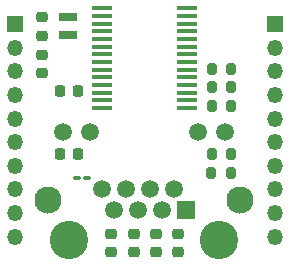
<source format=gbr>
%TF.GenerationSoftware,KiCad,Pcbnew,7.0.7*%
%TF.CreationDate,2023-10-05T19:12:10-06:00*%
%TF.ProjectId,GigE_Module,47696745-5f4d-46f6-9475-6c652e6b6963,rev?*%
%TF.SameCoordinates,Original*%
%TF.FileFunction,Soldermask,Bot*%
%TF.FilePolarity,Negative*%
%FSLAX46Y46*%
G04 Gerber Fmt 4.6, Leading zero omitted, Abs format (unit mm)*
G04 Created by KiCad (PCBNEW 7.0.7) date 2023-10-05 19:12:10*
%MOMM*%
%LPD*%
G01*
G04 APERTURE LIST*
G04 Aperture macros list*
%AMRoundRect*
0 Rectangle with rounded corners*
0 $1 Rounding radius*
0 $2 $3 $4 $5 $6 $7 $8 $9 X,Y pos of 4 corners*
0 Add a 4 corners polygon primitive as box body*
4,1,4,$2,$3,$4,$5,$6,$7,$8,$9,$2,$3,0*
0 Add four circle primitives for the rounded corners*
1,1,$1+$1,$2,$3*
1,1,$1+$1,$4,$5*
1,1,$1+$1,$6,$7*
1,1,$1+$1,$8,$9*
0 Add four rect primitives between the rounded corners*
20,1,$1+$1,$2,$3,$4,$5,0*
20,1,$1+$1,$4,$5,$6,$7,0*
20,1,$1+$1,$6,$7,$8,$9,0*
20,1,$1+$1,$8,$9,$2,$3,0*%
G04 Aperture macros list end*
%ADD10C,3.250000*%
%ADD11R,1.500000X1.500000*%
%ADD12C,1.500000*%
%ADD13C,2.300000*%
%ADD14R,1.350000X1.350000*%
%ADD15O,1.350000X1.350000*%
%ADD16RoundRect,0.200000X0.200000X0.275000X-0.200000X0.275000X-0.200000X-0.275000X0.200000X-0.275000X0*%
%ADD17R,1.750000X0.450000*%
%ADD18RoundRect,0.225000X-0.250000X0.225000X-0.250000X-0.225000X0.250000X-0.225000X0.250000X0.225000X0*%
%ADD19RoundRect,0.225000X0.250000X-0.225000X0.250000X0.225000X-0.250000X0.225000X-0.250000X-0.225000X0*%
%ADD20RoundRect,0.100000X0.217500X0.100000X-0.217500X0.100000X-0.217500X-0.100000X0.217500X-0.100000X0*%
%ADD21RoundRect,0.200000X-0.200000X-0.275000X0.200000X-0.275000X0.200000X0.275000X-0.200000X0.275000X0*%
%ADD22R,1.500000X0.800000*%
%ADD23RoundRect,0.225000X-0.225000X-0.250000X0.225000X-0.250000X0.225000X0.250000X-0.225000X0.250000X0*%
%ADD24RoundRect,0.225000X0.225000X0.250000X-0.225000X0.250000X-0.225000X-0.250000X0.225000X-0.250000X0*%
G04 APERTURE END LIST*
D10*
%TO.C,J1*%
X151060000Y-104350000D03*
X138360000Y-104350000D03*
D11*
X148270000Y-101810000D03*
D12*
X147254000Y-100030000D03*
X146238000Y-101810000D03*
X145222000Y-100030000D03*
X144206000Y-101810000D03*
X143190000Y-100030000D03*
X142174000Y-101810000D03*
X141158000Y-100030000D03*
X151570000Y-95210000D03*
X149280000Y-95210000D03*
X140140000Y-95210000D03*
X137850000Y-95210000D03*
D13*
X152840000Y-100920000D03*
X136580000Y-100920000D03*
%TD*%
D14*
%TO.C,J3*%
X155772000Y-86025000D03*
D15*
X155772000Y-88025000D03*
X155772000Y-90025000D03*
X155772000Y-92025000D03*
X155772000Y-94025000D03*
X155772000Y-96025000D03*
X155772000Y-98025000D03*
X155772000Y-100025000D03*
X155772000Y-102025000D03*
X155772000Y-104025000D03*
%TD*%
D14*
%TO.C,J2*%
X133772000Y-86025000D03*
D15*
X133772000Y-88025000D03*
X133772000Y-90025000D03*
X133772000Y-92025000D03*
X133772000Y-94025000D03*
X133772000Y-96025000D03*
X133772000Y-98025000D03*
X133772000Y-100025000D03*
X133772000Y-102025000D03*
X133772000Y-104025000D03*
%TD*%
D16*
%TO.C,R2*%
X152072000Y-91325000D03*
X150422000Y-91325000D03*
%TD*%
D17*
%TO.C,U1*%
X148372000Y-84700000D03*
X148372000Y-85350000D03*
X148372000Y-86000000D03*
X148372000Y-86650000D03*
X148372000Y-87300000D03*
X148372000Y-87950000D03*
X148372000Y-88600000D03*
X148372000Y-89250000D03*
X148372000Y-89900000D03*
X148372000Y-90550000D03*
X148372000Y-91200000D03*
X148372000Y-91850000D03*
X148372000Y-92500000D03*
X148372000Y-93150000D03*
X141172000Y-93150000D03*
X141172000Y-92500000D03*
X141172000Y-91850000D03*
X141172000Y-91200000D03*
X141172000Y-90550000D03*
X141172000Y-89900000D03*
X141172000Y-89250000D03*
X141172000Y-88600000D03*
X141172000Y-87950000D03*
X141172000Y-87300000D03*
X141172000Y-86650000D03*
X141172000Y-86000000D03*
X141172000Y-85350000D03*
X141172000Y-84700000D03*
%TD*%
D18*
%TO.C,C7*%
X145720000Y-103785000D03*
X145720000Y-105335000D03*
%TD*%
%TO.C,C6*%
X143820000Y-103785000D03*
X143820000Y-105335000D03*
%TD*%
D16*
%TO.C,R5*%
X152065000Y-98680000D03*
X150415000Y-98680000D03*
%TD*%
D19*
%TO.C,C3*%
X136080000Y-87002500D03*
X136080000Y-85452500D03*
%TD*%
D20*
%TO.C,L1*%
X139837500Y-99060000D03*
X139022500Y-99060000D03*
%TD*%
D18*
%TO.C,C8*%
X147620000Y-103785000D03*
X147620000Y-105335000D03*
%TD*%
D21*
%TO.C,R4*%
X150425000Y-97030000D03*
X152075000Y-97030000D03*
%TD*%
D18*
%TO.C,C2*%
X136080000Y-88647500D03*
X136080000Y-90197500D03*
%TD*%
D16*
%TO.C,R1*%
X152072000Y-89800000D03*
X150422000Y-89800000D03*
%TD*%
D22*
%TO.C,Y1*%
X138310000Y-86960000D03*
X138310000Y-85460000D03*
%TD*%
D23*
%TO.C,C4*%
X137559500Y-91710000D03*
X139109500Y-91710000D03*
%TD*%
D18*
%TO.C,C5*%
X141920000Y-103785000D03*
X141920000Y-105335000D03*
%TD*%
D24*
%TO.C,C9*%
X139120000Y-97030000D03*
X137570000Y-97030000D03*
%TD*%
D21*
%TO.C,R3*%
X150422000Y-92975000D03*
X152072000Y-92975000D03*
%TD*%
M02*

</source>
